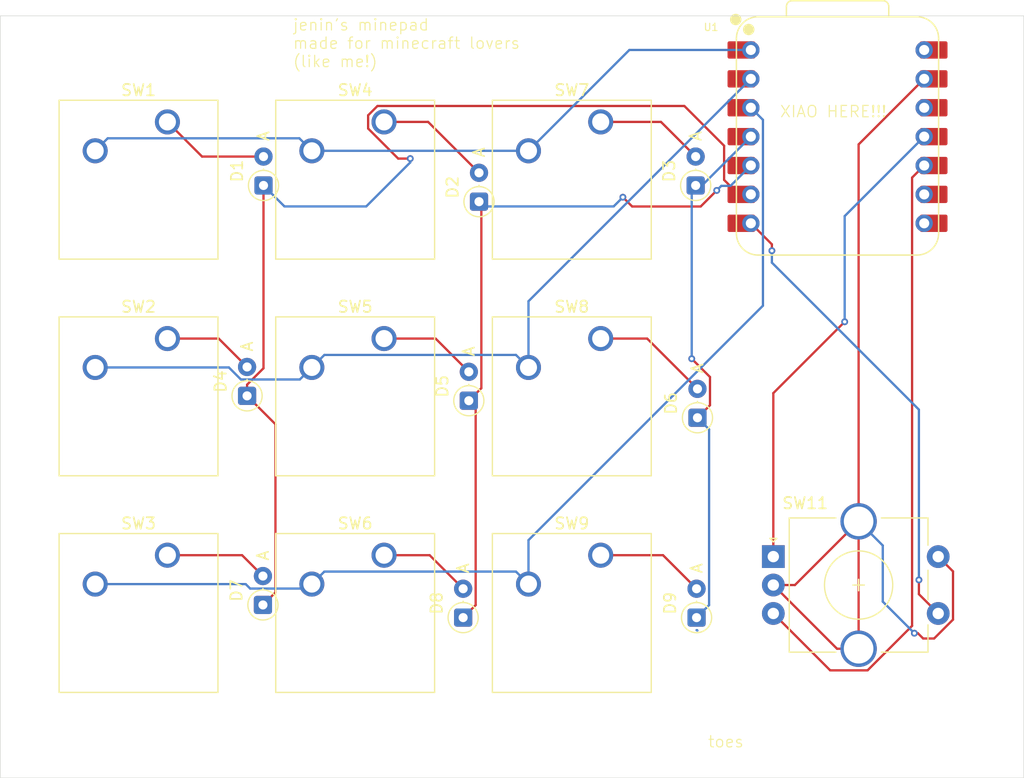
<source format=kicad_pcb>
(kicad_pcb (version 20241229) (generator "pcbnew") (generator_version "9.0")
  (layers (0 "F.Cu" signal) (2 "B.Cu" signal) (13 "F.Paste" user) (15 "B.Paste" user) (5 "F.SilkS" user "F.Silkscreen") (7 "B.SilkS" user "B.Silkscreen") (1 "F.Mask" user) (3 "B.Mask" user) (25 "Edge.Cuts" user))
  (net 0 "")
  (net 1 "row2")
  (net 2 "Net-(D1-A)")
  (net 3 "Net-(D2-A)")
  (net 4 "row1")
  (net 5 "row0")
  (net 6 "Net-(D3-A)")
  (net 7 "Net-(D4-A)")
  (net 8 "Net-(D5-A)")
  (net 9 "Net-(D6-A)")
  (net 10 "Net-(D7-A)")
  (net 11 "Net-(D8-A)")
  (net 12 "Net-(D9-A)")
  (net 13 "col0")
  (net 14 "col1")
  (net 15 "col2")
  (net 16 "GND")
  (net 17 "Net-(U1-GPIO4{slash}MISO)")
  (net 18 "Net-(U1-GPIO3{slash}MOSI)")
  (net 23 "Net-(U1-GPIO0{slash}TX)")
  (footprint "Diode_THT:D_DO-35_SOD27_P2.54mm_Vertical_AnodeUp" (layer "F.Cu") (at 45.6455 30.413815 90)
    (property "Reference" "D1" (at 1.27 -2.326371 90) (layer "F.SilkS"))
    (property "Value" "D")
    (fp_line (start 1.326371 0) (end 1.44 0) (stroke (width 0.12)) (layer "F.SilkS"))
    (fp_circle (center 0 0) (end 1.326371 0) (stroke (width 0.12)) (fill no) (layer "F.SilkS"))
    (fp_text user "A" (at 4.34 0 90) (layer "F.SilkS"))
    (pad "1" thru_hole roundrect (at 0 0 90) (size 1.6 1.6) (drill 0.8) (layers "*.Cu" "*.Mask") (roundrect_rratio 0.15625) (net 1 "row2"))
    (pad "2" thru_hole circle (at 2.54 0 90) (size 1.6 1.6) (drill 0.8) (layers "*.Cu" "*.Mask") (net 2 "Net-(D1-A)"))
  )
  (footprint "Diode_THT:D_DO-35_SOD27_P2.54mm_Vertical_AnodeUp" (layer "F.Cu") (at 45.5955 67.2995 90)
    (property "Reference" "D7" (at 1.27 -2.326371 90) (layer "F.SilkS"))
    (property "Value" "D")
    (fp_line (start 1.326371 0) (end 1.44 0) (stroke (width 0.12)) (layer "F.SilkS"))
    (fp_circle (center 0 0) (end 1.326371 0) (stroke (width 0.12)) (fill no) (layer "F.SilkS"))
    (fp_text user "A" (at 4.34 0 90) (layer "F.SilkS"))
    (pad "1" thru_hole roundrect (at 0 0 90) (size 1.6 1.6) (drill 0.8) (layers "*.Cu" "*.Mask") (roundrect_rratio 0.15625) (net 1 "row2"))
    (pad "2" thru_hole circle (at 2.54 0 90) (size 1.6 1.6) (drill 0.8) (layers "*.Cu" "*.Mask") (net 10 "Net-(D7-A)"))
  )
  (footprint "Diode_THT:D_DO-35_SOD27_P2.54mm_Vertical_AnodeUp" (layer "F.Cu") (at 63.2005 68.413815 90)
    (property "Reference" "D8" (at 1.27 -2.326371 90) (layer "F.SilkS"))
    (property "Value" "D")
    (fp_line (start 1.326371 0) (end 1.44 0) (stroke (width 0.12)) (layer "F.SilkS"))
    (fp_circle (center 0 0) (end 1.326371 0) (stroke (width 0.12)) (fill no) (layer "F.SilkS"))
    (fp_text user "A" (at 4.34 0 90) (layer "F.SilkS"))
    (pad "1" thru_hole roundrect (at 0 0 90) (size 1.6 1.6) (drill 0.8) (layers "*.Cu" "*.Mask") (roundrect_rratio 0.15625) (net 4 "row1"))
    (pad "2" thru_hole circle (at 2.54 0 90) (size 1.6 1.6) (drill 0.8) (layers "*.Cu" "*.Mask") (net 11 "Net-(D8-A)"))
  )
  (footprint "Diode_THT:D_DO-35_SOD27_P2.54mm_Vertical_AnodeUp" (layer "F.Cu") (at 83.6455 30.413814 90)
    (property "Reference" "D3" (at 1.27 -2.326371 90) (layer "F.SilkS"))
    (property "Value" "D")
    (fp_line (start 1.326371 0) (end 1.44 0) (stroke (width 0.12)) (layer "F.SilkS"))
    (fp_circle (center 0 0) (end 1.326371 0) (stroke (width 0.12)) (fill no) (layer "F.SilkS"))
    (fp_text user "A" (at 4.34 0 90) (layer "F.SilkS"))
    (pad "1" thru_hole roundrect (at 0 0 90) (size 1.6 1.6) (drill 0.8) (layers "*.Cu" "*.Mask") (roundrect_rratio 0.15625) (net 5 "row0"))
    (pad "2" thru_hole circle (at 2.54 0 90) (size 1.6 1.6) (drill 0.8) (layers "*.Cu" "*.Mask") (net 6 "Net-(D3-A)"))
  )
  (footprint "kai = goat:XIAO-RP2040-DIP" (layer "F.Cu") (at 96.12 26.12)
    (property "Reference" "U1" (at -11.12 -9.62 0) (layer "F.SilkS") (effects (font (size 0.635 0.635) (thickness 0.1016))))
    (property "Value" "XIAO-RP2040-DIP")
    (fp_line (start -8.89 8.509) (end -8.89 -8.636) (stroke (width 0.127)) (layer "F.SilkS"))
    (fp_line (start -6.985 10.414) (end 6.985 10.414) (stroke (width 0.127)) (layer "F.SilkS"))
    (fp_line (start -4.495 -10.541) (end -4.491272 -11.451272) (stroke (width 0.127)) (layer "F.SilkS"))
    (fp_line (start -3.991272 -11.951) (end 4.004 -11.951) (stroke (width 0.127)) (layer "F.SilkS"))
    (fp_line (start 4.504 -11.451) (end 4.504 -10.541) (stroke (width 0.127)) (layer "F.SilkS"))
    (fp_line (start 6.985 -10.541) (end -6.985 -10.541) (stroke (width 0.1)) (layer "F.SilkS"))
    (fp_line (start 6.985 -10.541) (end -6.985 -10.541) (stroke (width 0.127)) (layer "F.SilkS"))
    (fp_line (start 8.89 8.509) (end 8.89 -8.636) (stroke (width 0.127)) (layer "F.SilkS"))
    (fp_arc (start -8.89 -8.636) (mid -8.332038 -9.983038) (end -6.985 -10.541) (stroke (width 0.127)) (layer "F.SilkS"))
    (fp_arc (start -6.985 10.414) (mid -8.332038 9.856038) (end -8.89 8.509) (stroke (width 0.127)) (layer "F.SilkS"))
    (fp_arc (start -4.491272 -11.451272) (mid -4.344728 -11.80464) (end -3.991272 -11.951) (stroke (width 0.127)) (layer "F.SilkS"))
    (fp_arc (start 4.004 -11.951) (mid 4.357553 -11.804553) (end 4.504 -11.451) (stroke (width 0.127)) (layer "F.SilkS"))
    (fp_arc (start 6.985 -10.541) (mid 8.332038 -9.983038) (end 8.89 -8.636) (stroke (width 0.127)) (layer "F.SilkS"))
    (fp_arc (start 8.89 8.509) (mid 8.332038 9.856038) (end 6.985 10.414) (stroke (width 0.127)) (layer "F.SilkS"))
    (fp_circle (center -8.95 -10.3) (end -8.95 -10.554) (stroke (width 0.5)) (fill yes) (layer "F.SilkS"))
    (fp_circle (center -7.807 -9.42) (end -7.807 -9.674) (stroke (width 0.5)) (fill yes) (layer "F.SilkS"))
    (pad "1" smd roundrect (at -8.455 -7.62 180) (size 2.432 1.524) (layers "F.Cu" "F.Mask") (roundrect_rratio 0.1) (net 13 "col0"))
    (pad "1" thru_hole circle (at -7.62 -7.62 180) (size 1.524 1.524) (drill 0.889) (layers "*.Cu" "*.Mask") (net 13 "col0"))
    (pad "2" smd roundrect (at -8.455 -5.08 180) (size 2.432 1.524) (layers "F.Cu" "F.Mask") (roundrect_rratio 0.1) (net 14 "col1"))
    (pad "2" thru_hole circle (at -7.62 -5.08 180) (size 1.524 1.524) (drill 0.889) (layers "*.Cu" "*.Mask") (net 14 "col1"))
    (pad "3" smd roundrect (at -8.455 -2.54 180) (size 2.432 1.524) (layers "F.Cu" "F.Mask") (roundrect_rratio 0.1) (net 15 "col2"))
    (pad "3" thru_hole circle (at -7.62 -2.54 180) (size 1.524 1.524) (drill 0.889) (layers "*.Cu" "*.Mask") (net 15 "col2"))
    (pad "4" smd roundrect (at -8.455 0 180) (size 2.432 1.524) (layers "F.Cu" "F.Mask") (roundrect_rratio 0.1) (net 5 "row0"))
    (pad "4" thru_hole circle (at -7.62 0 180) (size 1.524 1.524) (drill 0.889) (layers "*.Cu" "*.Mask") (net 5 "row0"))
    (pad "5" smd roundrect (at -8.455 2.54 180) (size 2.432 1.524) (layers "F.Cu" "F.Mask") (roundrect_rratio 0.1) (net 4 "row1"))
    (pad "5" thru_hole circle (at -7.62 2.54 180) (size 1.524 1.524) (drill 0.889) (layers "*.Cu" "*.Mask") (net 4 "row1"))
    (pad "6" smd roundrect (at -8.455 5.08 180) (size 2.432 1.524) (layers "F.Cu" "F.Mask") (roundrect_rratio 0.1) (net 1 "row2"))
    (pad "6" thru_hole circle (at -7.62 5.08 180) (size 1.524 1.524) (drill 0.889) (layers "*.Cu" "*.Mask") (net 1 "row2"))
    (pad "7" smd roundrect (at -8.455 7.62 180) (size 2.432 1.524) (layers "F.Cu" "F.Mask") (roundrect_rratio 0.1) (net 23 "Net-(U1-GPIO0{slash}TX)"))
    (pad "7" thru_hole circle (at -7.62 7.62 180) (size 1.524 1.524) (drill 0.889) (layers "*.Cu" "*.Mask") (net 23 "Net-(U1-GPIO0{slash}TX)"))
    (pad "8" thru_hole circle (at 7.62 7.62) (size 1.524 1.524) (drill 0.889) (layers "*.Cu" "*.Mask"))
    (pad "8" smd roundrect (at 8.455 7.62) (size 2.432 1.524) (layers "F.Cu" "F.Mask") (roundrect_rratio 0.1))
    (pad "9" thru_hole circle (at 7.62 5.08) (size 1.524 1.524) (drill 0.889) (layers "*.Cu" "*.Mask"))
    (pad "9" smd roundrect (at 8.455 5.08) (size 2.432 1.524) (layers "F.Cu" "F.Mask") (roundrect_rratio 0.1))
    (pad "10" thru_hole circle (at 7.62 2.54) (size 1.524 1.524) (drill 0.889) (layers "*.Cu" "*.Mask") (net 17 "Net-(U1-GPIO4{slash}MISO)"))
    (pad "10" smd roundrect (at 8.455 2.54) (size 2.432 1.524) (layers "F.Cu" "F.Mask") (roundrect_rratio 0.1) (net 17 "Net-(U1-GPIO4{slash}MISO)"))
    (pad "11" thru_hole circle (at 7.62 0) (size 1.524 1.524) (drill 0.889) (layers "*.Cu" "*.Mask") (net 18 "Net-(U1-GPIO3{slash}MOSI)"))
    (pad "11" smd roundrect (at 8.455 0) (size 2.432 1.524) (layers "F.Cu" "F.Mask") (roundrect_rratio 0.1) (net 18 "Net-(U1-GPIO3{slash}MOSI)"))
    (pad "12" thru_hole circle (at 7.62 -2.54) (size 1.524 1.524) (drill 0.889) (layers "*.Cu" "*.Mask"))
    (pad "12" smd roundrect (at 8.455 -2.54) (size 2.432 1.524) (layers "F.Cu" "F.Mask") (roundrect_rratio 0.1))
    (pad "13" thru_hole circle (at 7.62 -5.08) (size 1.524 1.524) (drill 0.889) (layers "*.Cu" "*.Mask") (net 16 "GND"))
    (pad "13" smd roundrect (at 8.455 -5.08) (size 2.432 1.524) (layers "F.Cu" "F.Mask") (roundrect_rratio 0.1) (net 16 "GND"))
    (pad "14" thru_hole circle (at 7.62 -7.62) (size 1.524 1.524) (drill 0.889) (layers "*.Cu" "*.Mask"))
    (pad "14" smd roundrect (at 8.455 -7.62) (size 2.432 1.524) (layers "F.Cu" "F.Mask") (roundrect_rratio 0.1))
  )
  (footprint "kai = goat:SW_Cherry_MX_1.00u_PCB" (layer "F.Cu") (at 37.19625 62.92625)
    (property "Reference" "SW3" (at -2.54 -2.794 0) (layer "F.SilkS"))
    (property "Value" "SW_Push")
    (fp_line (start -9.525 -1.905) (end 4.445 -1.905) (stroke (width 0.12)) (layer "F.SilkS"))
    (fp_line (start -9.525 12.065) (end -9.525 -1.905) (stroke (width 0.12)) (layer "F.SilkS"))
    (fp_line (start 4.445 -1.905) (end 4.445 12.065) (stroke (width 0.12)) (layer "F.SilkS"))
    (fp_line (start 4.445 12.065) (end -9.525 12.065) (stroke (width 0.12)) (layer "F.SilkS"))
    (pad "" np_thru_hole circle (at -7.62 5.08) (size 1.7 1.7) (drill 1.7) (layers "*.Cu" "*.Mask"))
    (pad "" np_thru_hole circle (at -2.54 5.08) (size 4 4) (drill 4) (layers "*.Cu" "*.Mask"))
    (pad "" np_thru_hole circle (at 2.54 5.08) (size 1.7 1.7) (drill 1.7) (layers "*.Cu" "*.Mask"))
    (pad "1" thru_hole circle (at 0 0) (size 2.2 2.2) (drill 1.5) (layers "*.Cu" "*.Mask") (net 10 "Net-(D7-A)"))
    (pad "2" thru_hole circle (at -6.35 2.54) (size 2.2 2.2) (drill 1.5) (layers "*.Cu" "*.Mask") (net 15 "col2"))
  )
  (footprint "kai = goat:SW_Cherry_MX_1.00u_PCB" (layer "F.Cu") (at 37.19625 43.87625)
    (property "Reference" "SW2" (at -2.54 -2.794 0) (layer "F.SilkS"))
    (property "Value" "SW_Push")
    (fp_line (start -9.525 -1.905) (end 4.445 -1.905) (stroke (width 0.12)) (layer "F.SilkS"))
    (fp_line (start -9.525 12.065) (end -9.525 -1.905) (stroke (width 0.12)) (layer "F.SilkS"))
    (fp_line (start 4.445 -1.905) (end 4.445 12.065) (stroke (width 0.12)) (layer "F.SilkS"))
    (fp_line (start 4.445 12.065) (end -9.525 12.065) (stroke (width 0.12)) (layer "F.SilkS"))
    (pad "" np_thru_hole circle (at -7.62 5.08) (size 1.7 1.7) (drill 1.7) (layers "*.Cu" "*.Mask"))
    (pad "" np_thru_hole circle (at -2.54 5.08) (size 4 4) (drill 4) (layers "*.Cu" "*.Mask"))
    (pad "" np_thru_hole circle (at 2.54 5.08) (size 1.7 1.7) (drill 1.7) (layers "*.Cu" "*.Mask"))
    (pad "1" thru_hole circle (at 0 0) (size 2.2 2.2) (drill 1.5) (layers "*.Cu" "*.Mask") (net 7 "Net-(D4-A)"))
    (pad "2" thru_hole circle (at -6.35 2.54) (size 2.2 2.2) (drill 1.5) (layers "*.Cu" "*.Mask") (net 14 "col1"))
  )
  (footprint "Diode_THT:D_DO-35_SOD27_P2.54mm_Vertical_AnodeUp" (layer "F.Cu") (at 64.5955 31.8395 90)
    (property "Reference" "D2" (at 1.27 -2.326371 90) (layer "F.SilkS"))
    (property "Value" "D")
    (fp_line (start 1.326371 0) (end 1.44 0) (stroke (width 0.12)) (layer "F.SilkS"))
    (fp_circle (center 0 0) (end 1.326371 0) (stroke (width 0.12)) (fill no) (layer "F.SilkS"))
    (fp_text user "A" (at 4.34 0 90) (layer "F.SilkS"))
    (pad "1" thru_hole roundrect (at 0 0 90) (size 1.6 1.6) (drill 0.8) (layers "*.Cu" "*.Mask") (roundrect_rratio 0.15625) (net 4 "row1"))
    (pad "2" thru_hole circle (at 2.54 0 90) (size 1.6 1.6) (drill 0.8) (layers "*.Cu" "*.Mask") (net 3 "Net-(D2-A)"))
  )
  (footprint "Diode_THT:D_DO-35_SOD27_P2.54mm_Vertical_AnodeUp" (layer "F.Cu") (at 63.7005 49.3395 90)
    (property "Reference" "D5" (at 1.27 -2.326371 90) (layer "F.SilkS"))
    (property "Value" "D")
    (fp_line (start 1.326371 0) (end 1.44 0) (stroke (width 0.12)) (layer "F.SilkS"))
    (fp_circle (center 0 0) (end 1.326371 0) (stroke (width 0.12)) (fill no) (layer "F.SilkS"))
    (fp_text user "A" (at 4.34 0 90) (layer "F.SilkS"))
    (pad "1" thru_hole roundrect (at 0 0 90) (size 1.6 1.6) (drill 0.8) (layers "*.Cu" "*.Mask") (roundrect_rratio 0.15625) (net 4 "row1"))
    (pad "2" thru_hole circle (at 2.54 0 90) (size 1.6 1.6) (drill 0.8) (layers "*.Cu" "*.Mask") (net 8 "Net-(D5-A)"))
  )
  (footprint "kai = goat:RotaryEncoder_Alps_EC11E-Switch_Vertical_H20mm_CircularMountingHoles" (layer "F.Cu") (at 90.475 63.05)
    (property "Reference" "SW11" (at 2.8 -4.7 0) (layer "F.SilkS"))
    (property "Value" "RotaryEncoder_Switch_MP")
    (fp_line (start -0.3 -1.6) (end 0.3 -1.6) (stroke (width 0.12)) (layer "F.SilkS"))
    (fp_line (start 0 -1.3) (end -0.3 -1.6) (stroke (width 0.12)) (layer "F.SilkS"))
    (fp_line (start 0.3 -1.6) (end 0 -1.3) (stroke (width 0.12)) (layer "F.SilkS"))
    (fp_line (start 1.4 -3.4) (end 1.4 8.4) (stroke (width 0.12)) (layer "F.SilkS"))
    (fp_line (start 5.5 -3.4) (end 1.4 -3.4) (stroke (width 0.12)) (layer "F.SilkS"))
    (fp_line (start 5.5 8.4) (end 1.4 8.4) (stroke (width 0.12)) (layer "F.SilkS"))
    (fp_line (start 7 2.5) (end 8 2.5) (stroke (width 0.12)) (layer "F.SilkS"))
    (fp_line (start 7.5 2) (end 7.5 3) (stroke (width 0.12)) (layer "F.SilkS"))
    (fp_line (start 9.5 -3.4) (end 13.6 -3.4) (stroke (width 0.12)) (layer "F.SilkS"))
    (fp_line (start 13.6 -3.4) (end 13.6 -1) (stroke (width 0.12)) (layer "F.SilkS"))
    (fp_line (start 13.6 1.2) (end 13.6 3.8) (stroke (width 0.12)) (layer "F.SilkS"))
    (fp_line (start 13.6 6) (end 13.6 8.4) (stroke (width 0.12)) (layer "F.SilkS"))
    (fp_line (start 13.6 8.4) (end 9.5 8.4) (stroke (width 0.12)) (layer "F.SilkS"))
    (fp_circle (center 7.5 2.5) (end 10.5 2.5) (stroke (width 0.12)) (fill no) (layer "F.SilkS"))
    (pad "A" thru_hole rect (at 0 0) (size 2 2) (drill 1) (layers "*.Cu" "*.Mask") (net 18 "Net-(U1-GPIO3{slash}MOSI)"))
    (pad "B" thru_hole circle (at 0 5) (size 2 2) (drill 1) (layers "*.Cu" "*.Mask") (net 17 "Net-(U1-GPIO4{slash}MISO)"))
    (pad "C" thru_hole circle (at 0 2.5) (size 2 2) (drill 1) (layers "*.Cu" "*.Mask") (net 16 "GND"))
    (pad "MP" thru_hole circle (at 7.5 -3.1) (size 3.2 3.2) (drill 2.6) (layers "*.Cu" "*.Mask") (net 16 "GND"))
    (pad "MP" thru_hole circle (at 7.5 8.1) (size 3.2 3.2) (drill 2.6) (layers "*.Cu" "*.Mask") (net 16 "GND"))
    (pad "S1" thru_hole circle (at 14.5 5) (size 2 2) (drill 1) (layers "*.Cu" "*.Mask") (net 23 "Net-(U1-GPIO0{slash}TX)"))
    (pad "S2" thru_hole circle (at 14.5 0) (size 2 2) (drill 1) (layers "*.Cu" "*.Mask") (net 16 "GND"))
  )
  (footprint "kai = goat:SW_Cherry_MX_1.00u_PCB" (layer "F.Cu") (at 75.29625 24.82625)
    (property "Reference" "SW7" (at -2.54 -2.794 0) (layer "F.SilkS"))
    (property "Value" "SW_Push")
    (fp_line (start -9.525 -1.905) (end 4.445 -1.905) (stroke (width 0.12)) (layer "F.SilkS"))
    (fp_line (start -9.525 12.065) (end -9.525 -1.905) (stroke (width 0.12)) (layer "F.SilkS"))
    (fp_line (start 4.445 -1.905) (end 4.445 12.065) (stroke (width 0.12)) (layer "F.SilkS"))
    (fp_line (start 4.445 12.065) (end -9.525 12.065) (stroke (width 0.12)) (layer "F.SilkS"))
    (pad "" np_thru_hole circle (at -7.62 5.08) (size 1.7 1.7) (drill 1.7) (layers "*.Cu" "*.Mask"))
    (pad "" np_thru_hole circle (at -2.54 5.08) (size 4 4) (drill 4) (layers "*.Cu" "*.Mask"))
    (pad "" np_thru_hole circle (at 2.54 5.08) (size 1.7 1.7) (drill 1.7) (layers "*.Cu" "*.Mask"))
    (pad "1" thru_hole circle (at 0 0) (size 2.2 2.2) (drill 1.5) (layers "*.Cu" "*.Mask") (net 6 "Net-(D3-A)"))
    (pad "2" thru_hole circle (at -6.35 2.54) (size 2.2 2.2) (drill 1.5) (layers "*.Cu" "*.Mask") (net 13 "col0"))
  )
  (footprint "kai = goat:SW_Cherry_MX_1.00u_PCB" (layer "F.Cu") (at 37.19625 24.82625)
    (property "Reference" "SW1" (at -2.54 -2.794 0) (layer "F.SilkS"))
    (property "Value" "SW_Push")
    (fp_line (start -9.525 -1.905) (end 4.445 -1.905) (stroke (width 0.12)) (layer "F.SilkS"))
    (fp_line (start -9.525 12.065) (end -9.525 -1.905) (stroke (width 0.12)) (layer "F.SilkS"))
    (fp_line (start 4.445 -1.905) (end 4.445 12.065) (stroke (width 0.12)) (layer "F.SilkS"))
    (fp_line (start 4.445 12.065) (end -9.525 12.065) (stroke (width 0.12)) (layer "F.SilkS"))
    (pad "" np_thru_hole circle (at -7.62 5.08) (size 1.7 1.7) (drill 1.7) (layers "*.Cu" "*.Mask"))
    (pad "" np_thru_hole circle (at -2.54 5.08) (size 4 4) (drill 4) (layers "*.Cu" "*.Mask"))
    (pad "" np_thru_hole circle (at 2.54 5.08) (size 1.7 1.7) (drill 1.7) (layers "*.Cu" "*.Mask"))
    (pad "1" thru_hole circle (at 0 0) (size 2.2 2.2) (drill 1.5) (layers "*.Cu" "*.Mask") (net 2 "Net-(D1-A)"))
    (pad "2" thru_hole circle (at -6.35 2.54) (size 2.2 2.2) (drill 1.5) (layers "*.Cu" "*.Mask") (net 13 "col0"))
  )
  (footprint "kai = goat:SW_Cherry_MX_1.00u_PCB" (layer "F.Cu") (at 75.29625 43.87625)
    (property "Reference" "SW8" (at -2.54 -2.794 0) (layer "F.SilkS"))
    (property "Value" "SW_Push")
    (fp_line (start -9.525 -1.905) (end 4.445 -1.905) (stroke (width 0.12)) (layer "F.SilkS"))
    (fp_line (start -9.525 12.065) (end -9.525 -1.905) (stroke (width 0.12)) (layer "F.SilkS"))
    (fp_line (start 4.445 -1.905) (end 4.445 12.065) (stroke (width 0.12)) (layer "F.SilkS"))
    (fp_line (start 4.445 12.065) (end -9.525 12.065) (stroke (width 0.12)) (layer "F.SilkS"))
    (pad "" np_thru_hole circle (at -7.62 5.08) (size 1.7 1.7) (drill 1.7) (layers "*.Cu" "*.Mask"))
    (pad "" np_thru_hole circle (at -2.54 5.08) (size 4 4) (drill 4) (layers "*.Cu" "*.Mask"))
    (pad "" np_thru_hole circle (at 2.54 5.08) (size 1.7 1.7) (drill 1.7) (layers "*.Cu" "*.Mask"))
    (pad "1" thru_hole circle (at 0 0) (size 2.2 2.2) (drill 1.5) (layers "*.Cu" "*.Mask") (net 9 "Net-(D6-A)"))
    (pad "2" thru_hole circle (at -6.35 2.54) (size 2.2 2.2) (drill 1.5) (layers "*.Cu" "*.Mask") (net 14 "col1"))
  )
  (footprint "kai = goat:SW_Cherry_MX_1.00u_PCB" (layer "F.Cu") (at 56.24625 24.82625)
    (property "Reference" "SW4" (at -2.54 -2.794 0) (layer "F.SilkS"))
    (property "Value" "SW_Push")
    (fp_line (start -9.525 -1.905) (end 4.445 -1.905) (stroke (width 0.12)) (layer "F.SilkS"))
    (fp_line (start -9.525 12.065) (end -9.525 -1.905) (stroke (width 0.12)) (layer "F.SilkS"))
    (fp_line (start 4.445 -1.905) (end 4.445 12.065) (stroke (width 0.12)) (layer "F.SilkS"))
    (fp_line (start 4.445 12.065) (end -9.525 12.065) (stroke (width 0.12)) (layer "F.SilkS"))
    (pad "" np_thru_hole circle (at -7.62 5.08) (size 1.7 1.7) (drill 1.7) (layers "*.Cu" "*.Mask"))
    (pad "" np_thru_hole circle (at -2.54 5.08) (size 4 4) (drill 4) (layers "*.Cu" "*.Mask"))
    (pad "" np_thru_hole circle (at 2.54 5.08) (size 1.7 1.7) (drill 1.7) (layers "*.Cu" "*.Mask"))
    (pad "1" thru_hole circle (at 0 0) (size 2.2 2.2) (drill 1.5) (layers "*.Cu" "*.Mask") (net 3 "Net-(D2-A)"))
    (pad "2" thru_hole circle (at -6.35 2.54) (size 2.2 2.2) (drill 1.5) (layers "*.Cu" "*.Mask") (net 13 "col0"))
  )
  (footprint "kai = goat:SW_Cherry_MX_1.00u_PCB" (layer "F.Cu") (at 56.24625 62.92625)
    (property "Reference" "SW6" (at -2.54 -2.794 0) (layer "F.SilkS"))
    (property "Value" "SW_Push")
    (fp_line (start -9.525 -1.905) (end 4.445 -1.905) (stroke (width 0.12)) (layer "F.SilkS"))
    (fp_line (start -9.525 12.065) (end -9.525 -1.905) (stroke (width 0.12)) (layer "F.SilkS"))
    (fp_line (start 4.445 -1.905) (end 4.445 12.065) (stroke (width 0.12)) (layer "F.SilkS"))
    (fp_line (start 4.445 12.065) (end -9.525 12.065) (stroke (width 0.12)) (layer "F.SilkS"))
    (pad "" np_thru_hole circle (at -7.62 5.08) (size 1.7 1.7) (drill 1.7) (layers "*.Cu" "*.Mask"))
    (pad "" np_thru_hole circle (at -2.54 5.08) (size 4 4) (drill 4) (layers "*.Cu" "*.Mask"))
    (pad "" np_thru_hole circle (at 2.54 5.08) (size 1.7 1.7) (drill 1.7) (layers "*.Cu" "*.Mask"))
    (pad "1" thru_hole circle (at 0 0) (size 2.2 2.2) (drill 1.5) (layers "*.Cu" "*.Mask") (net 11 "Net-(D8-A)"))
    (pad "2" thru_hole circle (at -6.35 2.54) (size 2.2 2.2) (drill 1.5) (layers "*.Cu" "*.Mask") (net 15 "col2"))
  )
  (footprint "Diode_THT:D_DO-35_SOD27_P2.54mm_Vertical_AnodeUp" (layer "F.Cu") (at 44.2005 48.913814 90)
    (property "Reference" "D4" (at 1.27 -2.326371 90) (layer "F.SilkS"))
    (property "Value" "D")
    (fp_line (start 1.326371 0) (end 1.44 0) (stroke (width 0.12)) (layer "F.SilkS"))
    (fp_circle (center 0 0) (end 1.326371 0) (stroke (width 0.12)) (fill no) (layer "F.SilkS"))
    (fp_text user "A" (at 4.34 0 90) (layer "F.SilkS"))
    (pad "1" thru_hole roundrect (at 0 0 90) (size 1.6 1.6) (drill 0.8) (layers "*.Cu" "*.Mask") (roundrect_rratio 0.15625) (net 1 "row2"))
    (pad "2" thru_hole circle (at 2.54 0 90) (size 1.6 1.6) (drill 0.8) (layers "*.Cu" "*.Mask") (net 7 "Net-(D4-A)"))
  )
  (footprint "kai = goat:SW_Cherry_MX_1.00u_PCB" (layer "F.Cu") (at 75.29625 62.92625)
    (property "Reference" "SW9" (at -2.54 -2.794 0) (layer "F.SilkS"))
    (property "Value" "SW_Push")
    (fp_line (start -9.525 -1.905) (end 4.445 -1.905) (stroke (width 0.12)) (layer "F.SilkS"))
    (fp_line (start -9.525 12.065) (end -9.525 -1.905) (stroke (width 0.12)) (layer "F.SilkS"))
    (fp_line (start 4.445 -1.905) (end 4.445 12.065) (stroke (width 0.12)) (layer "F.SilkS"))
    (fp_line (start 4.445 12.065) (end -9.525 12.065) (stroke (width 0.12)) (layer "F.SilkS"))
    (pad "" np_thru_hole circle (at -7.62 5.08) (size 1.7 1.7) (drill 1.7) (layers "*.Cu" "*.Mask"))
    (pad "" np_thru_hole circle (at -2.54 5.08) (size 4 4) (drill 4) (layers "*.Cu" "*.Mask"))
    (pad "" np_thru_hole circle (at 2.54 5.08) (size 1.7 1.7) (drill 1.7) (layers "*.Cu" "*.Mask"))
    (pad "1" thru_hole circle (at 0 0) (size 2.2 2.2) (drill 1.5) (layers "*.Cu" "*.Mask") (net 12 "Net-(D9-A)"))
    (pad "2" thru_hole circle (at -6.35 2.54) (size 2.2 2.2) (drill 1.5) (layers "*.Cu" "*.Mask") (net 15 "col2"))
  )
  (footprint "Diode_THT:D_DO-35_SOD27_P2.54mm_Vertical_AnodeUp" (layer "F.Cu") (at 83.8055 50.8395 90)
    (property "Reference" "D6" (at 1.27 -2.326371 90) (layer "F.SilkS"))
    (property "Value" "D")
    (fp_line (start 1.326371 0) (end 1.44 0) (stroke (width 0.12)) (layer "F.SilkS"))
    (fp_circle (center 0 0) (end 1.326371 0) (stroke (width 0.12)) (fill no) (layer "F.SilkS"))
    (fp_text user "A" (at 4.34 0 90) (layer "F.SilkS"))
    (pad "1" thru_hole roundrect (at 0 0 90) (size 1.6 1.6) (drill 0.8) (layers "*.Cu" "*.Mask") (roundrect_rratio 0.15625) (net 5 "row0"))
    (pad "2" thru_hole circle (at 2.54 0 90) (size 1.6 1.6) (drill 0.8) (layers "*.Cu" "*.Mask") (net 9 "Net-(D6-A)"))
  )
  (footprint "Diode_THT:D_DO-35_SOD27_P2.54mm_Vertical_AnodeUp" (layer "F.Cu") (at 83.7255 68.413815 90)
    (property "Reference" "D9" (at 1.27 -2.326371 90) (layer "F.SilkS"))
    (property "Value" "D")
    (fp_line (start 1.326371 0) (end 1.44 0) (stroke (width 0.12)) (layer "F.SilkS"))
    (fp_circle (center 0 0) (end 1.326371 0) (stroke (width 0.12)) (fill no) (layer "F.SilkS"))
    (fp_text user "A" (at 4.34 0 90) (layer "F.SilkS"))
    (pad "1" thru_hole roundrect (at 0 0 90) (size 1.6 1.6) (drill 0.8) (layers "*.Cu" "*.Mask") (roundrect_rratio 0.15625) (net 5 "row0"))
    (pad "2" thru_hole circle (at 2.54 0 90) (size 1.6 1.6) (drill 0.8) (layers "*.Cu" "*.Mask") (net 12 "Net-(D9-A)"))
  )
  (footprint "kai = goat:SW_Cherry_MX_1.00u_PCB" (layer "F.Cu") (at 56.24625 43.87625)
    (property "Reference" "SW5" (at -2.54 -2.794 0) (layer "F.SilkS"))
    (property "Value" "SW_Push")
    (fp_line (start -9.525 -1.905) (end 4.445 -1.905) (stroke (width 0.12)) (layer "F.SilkS"))
    (fp_line (start -9.525 12.065) (end -9.525 -1.905) (stroke (width 0.12)) (layer "F.SilkS"))
    (fp_line (start 4.445 -1.905) (end 4.445 12.065) (stroke (width 0.12)) (layer "F.SilkS"))
    (fp_line (start 4.445 12.065) (end -9.525 12.065) (stroke (width 0.12)) (layer "F.SilkS"))
    (pad "" np_thru_hole circle (at -7.62 5.08) (size 1.7 1.7) (drill 1.7) (layers "*.Cu" "*.Mask"))
    (pad "" np_thru_hole circle (at -2.54 5.08) (size 4 4) (drill 4) (layers "*.Cu" "*.Mask"))
    (pad "" np_thru_hole circle (at 2.54 5.08) (size 1.7 1.7) (drill 1.7) (layers "*.Cu" "*.Mask"))
    (pad "1" thru_hole circle (at 0 0) (size 2.2 2.2) (drill 1.5) (layers "*.Cu" "*.Mask") (net 8 "Net-(D5-A)"))
    (pad "2" thru_hole circle (at -6.35 2.54) (size 2.2 2.2) (drill 1.5) (layers "*.Cu" "*.Mask") (net 14 "col1"))
  )
  (gr_rect (start 22.5 15.5) (end 112.5 82.5) (stroke (width 0.05)) (fill no) (layer "Edge.Cuts"))
  (gr_text "toes" (at 84.6625 79.9125 0) (layer "F.SilkS") (effects (font (size 1 1) (thickness 0.1)) (justify left bottom)))
  (gr_text "XIAO HERE!!!" (at 91 24.5 0) (layer "F.SilkS") (effects (font (size 1 1) (thickness 0.1)) (justify left bottom)))
  (gr_text "jenin's minepad\nmade for minecraft lovers\n(like me!)" (at 48.174734 20.092623 0) (layer "F.SilkS") (effects (font (size 1 1) (thickness 0.1)) (justify left bottom)))
  (segment (start 83.764815 69.514815) (end 83.7255 69.514815) (width 0.2) (layer "B.Cu") (net 0))
  (segment (start 83.8 69.55) (end 83.764815 69.514815) (width 0.2) (layer "B.Cu") (net 0))
  (segment (start 82.651624 23.42525) (end 86.148 26.921626) (width 0.2) (layer "F.Cu") (net 1))
  (segment (start 46.6965 66.1985) (end 45.5955 67.2995) (width 0.2) (layer "F.Cu") (net 1))
  (segment (start 54.84525 25.406564) (end 54.84525 24.245936) (width 0.2) (layer "F.Cu") (net 1))
  (segment (start 45.6455 46.485864) (end 44.2005 47.930864) (width 0.2) (layer "F.Cu") (net 1))
  (segment (start 57.488686 28.05) (end 54.84525 25.406564) (width 0.2) (layer "F.Cu") (net 1))
  (segment (start 55.665936 23.42525) (end 82.651624 23.42525) (width 0.2) (layer "F.Cu") (net 1))
  (segment (start 87.42237 31.2) (end 88.5 31.2) (width 0.2) (layer "F.Cu") (net 1))
  (segment (start 86.148 26.921626) (end 86.148 29.92563) (width 0.2) (layer "F.Cu") (net 1))
  (segment (start 45.6455 30.413815) (end 45.6455 46.485864) (width 0.2) (layer "F.Cu") (net 1))
  (segment (start 46.6965 51.409814) (end 46.6965 66.1985) (width 0.2) (layer "F.Cu") (net 1))
  (segment (start 44.2005 47.930864) (end 44.2005 48.913814) (width 0.2) (layer "F.Cu") (net 1))
  (segment (start 44.2005 48.913814) (end 46.6965 51.409814) (width 0.2) (layer "F.Cu") (net 1))
  (segment (start 54.84525 24.245936) (end 55.665936 23.42525) (width 0.2) (layer "F.Cu") (net 1))
  (segment (start 86.148 29.92563) (end 87.42237 31.2) (width 0.2) (layer "F.Cu") (net 1))
  (segment (start 58.55 28.05) (end 57.488686 28.05) (width 0.2) (layer "F.Cu") (net 1))
  (via (at 58.55 28.05) (size 0.6) (drill 0.3) (layers "F.Cu" "B.Cu") (net 1))
  (segment (start 45.6455 30.413815) (end 47.488935 32.25725) (width 0.2) (layer "B.Cu") (net 1))
  (segment (start 47.488935 32.25725) (end 54.680066 32.25725) (width 0.2) (layer "B.Cu") (net 1))
  (segment (start 58.55 28.387316) (end 58.55 28.05) (width 0.2) (layer "B.Cu") (net 1))
  (segment (start 54.680066 32.25725) (end 58.55 28.387316) (width 0.2) (layer "B.Cu") (net 1))
  (segment (start 37.19625 24.82625) (end 40.243815 27.873815) (width 0.2) (layer "F.Cu") (net 2))
  (segment (start 40.243815 27.873815) (end 45.6455 27.873815) (width 0.2) (layer "F.Cu") (net 2))
  (segment (start 60.12225 24.82625) (end 64.5955 29.2995) (width 0.2) (layer "F.Cu") (net 3))
  (segment (start 56.24625 24.82625) (end 60.12225 24.82625) (width 0.2) (layer "F.Cu") (net 3))
  (segment (start 84.087 32.263) (end 85.5 30.85) (width 0.2) (layer "F.Cu") (net 4))
  (segment (start 64.8015 32.0455) (end 64.8015 48.2385) (width 0.2) (layer "F.Cu") (net 4))
  (segment (start 64.3015 49.9405) (end 64.3015 67.312815) (width 0.2) (layer "F.Cu") (net 4))
  (segment (start 63.7005 49.3395) (end 64.3015 49.9405) (width 0.2) (layer "F.Cu") (net 4))
  (segment (start 64.3015 67.312815) (end 63.2005 68.413815) (width 0.2) (layer "F.Cu") (net 4))
  (segment (start 78.063 32.263) (end 84.087 32.263) (width 0.2) (layer "F.Cu") (net 4))
  (segment (start 64.8015 48.2385) (end 63.7005 49.3395) (width 0.2) (layer "F.Cu") (net 4))
  (segment (start 77.245735 31.445735) (end 78.063 32.263) (width 0.2) (layer "F.Cu") (net 4))
  (segment (start 64.5955 31.8395) (end 64.8015 32.0455) (width 0.2) (layer "F.Cu") (net 4))
  (via (at 77.245735 31.445735) (size 0.6) (drill 0.3) (layers "F.Cu" "B.Cu") (net 4))
  (via (at 85.5 30.85) (size 0.6) (drill 0.3) (layers "F.Cu" "B.Cu") (net 4))
  (segment (start 86.71 30.45) (end 88.5 28.66) (width 0.2) (layer "B.Cu") (net 4))
  (segment (start 76.43422 32.25725) (end 77.245735 31.445735) (width 0.2) (layer "B.Cu") (net 4))
  (segment (start 85.5 30.85) (end 85.9 30.45) (width 0.2) (layer "B.Cu") (net 4))
  (segment (start 85.9 30.45) (end 86.71 30.45) (width 0.2) (layer "B.Cu") (net 4))
  (segment (start 65.01325 32.25725) (end 76.43422 32.25725) (width 0.2) (layer "B.Cu") (net 4))
  (segment (start 64.5955 31.8395) (end 65.01325 32.25725) (width 0.2) (layer "B.Cu") (net 4))
  (segment (start 83.3 45.65) (end 84.9065 47.2565) (width 0.2) (layer "F.Cu") (net 5))
  (segment (start 84.9065 49.7385) (end 83.8055 50.8395) (width 0.2) (layer "F.Cu") (net 5))
  (segment (start 84.9065 47.2565) (end 84.9065 49.7385) (width 0.2) (layer "F.Cu") (net 5))
  (via (at 83.3 45.65) (size 0.6) (drill 0.3) (layers "F.Cu" "B.Cu") (net 5))
  (segment (start 83.3 30.759314) (end 83.3 45.65) (width 0.2) (layer "B.Cu") (net 5))
  (segment (start 83.6455 30.413814) (end 84.206186 30.413814) (width 0.2) (layer "B.Cu") (net 5))
  (segment (start 83.6455 30.413814) (end 83.3 30.759314) (width 0.2) (layer "B.Cu") (net 5))
  (segment (start 83.8055 50.8395) (end 84.8265 51.8605) (width 0.2) (layer "B.Cu") (net 5))
  (segment (start 84.8265 51.8605) (end 84.8265 67.312815) (width 0.2) (layer "B.Cu") (net 5))
  (segment (start 84.8265 67.312815) (end 83.7255 68.413815) (width 0.2) (layer "B.Cu") (net 5))
  (segment (start 84.206186 30.413814) (end 88.5 26.12) (width 0.2) (layer "B.Cu") (net 5))
  (segment (start 75.29625 24.82625) (end 80.597936 24.82625) (width 0.2) (layer "F.Cu") (net 6))
  (segment (start 80.597936 24.82625) (end 83.6455 27.873814) (width 0.2) (layer "F.Cu") (net 6))
  (segment (start 41.702936 43.87625) (end 44.2005 46.373814) (width 0.2) (layer "F.Cu") (net 7))
  (segment (start 37.19625 43.87625) (end 41.702936 43.87625) (width 0.2) (layer "F.Cu") (net 7))
  (segment (start 60.77725 43.87625) (end 63.7005 46.7995) (width 0.2) (layer "F.Cu") (net 8))
  (segment (start 56.24625 43.87625) (end 60.77725 43.87625) (width 0.2) (layer "F.Cu") (net 8))
  (segment (start 79.38225 43.87625) (end 83.8055 48.2995) (width 0.2) (layer "F.Cu") (net 9))
  (segment (start 75.29625 43.87625) (end 79.38225 43.87625) (width 0.2) (layer "F.Cu") (net 9))
  (segment (start 37.19625 62.92625) (end 43.76225 62.92625) (width 0.2) (layer "F.Cu") (net 10))
  (segment (start 43.76225 62.92625) (end 45.5955 64.7595) (width 0.2) (layer "F.Cu") (net 10))
  (segment (start 60.252935 62.92625) (end 63.2005 65.873815) (width 0.2) (layer "F.Cu") (net 11))
  (segment (start 56.24625 62.92625) (end 60.252935 62.92625) (width 0.2) (layer "F.Cu") (net 11))
  (segment (start 75.29625 62.92625) (end 80.777935 62.92625) (width 0.2) (layer "F.Cu") (net 12))
  (segment (start 80.777935 62.92625) (end 83.7255 65.873815) (width 0.2) (layer "F.Cu") (net 12))
  (segment (start 77.8125 18.5) (end 88.5 18.5) (width 0.2) (layer "B.Cu") (net 13))
  (segment (start 49.89625 27.36625) (end 68.94625 27.36625) (width 0.2) (layer "B.Cu") (net 13))
  (segment (start 31.946249 26.266251) (end 48.796251 26.266251) (width 0.2) (layer "B.Cu") (net 13))
  (segment (start 30.84625 27.36625) (end 31.946249 26.266251) (width 0.2) (layer "B.Cu") (net 13))
  (segment (start 48.796251 26.266251) (end 49.89625 27.36625) (width 0.2) (layer "B.Cu") (net 13))
  (segment (start 68.94625 27.36625) (end 77.8125 18.5) (width 0.2) (layer "B.Cu") (net 13))
  (segment (start 50.996249 45.316251) (end 67.846251 45.316251) (width 0.2) (layer "B.Cu") (net 14))
  (segment (start 48.837686 47.474814) (end 49.89625 46.41625) (width 0.2) (layer "B.Cu") (net 14))
  (segment (start 68.94625 40.59375) (end 88.5 21.04) (width 0.2) (layer "B.Cu") (net 14))
  (segment (start 67.846251 45.316251) (end 68.94625 46.41625) (width 0.2) (layer "B.Cu") (net 14))
  (segment (start 42.601014 46.41625) (end 43.659578 47.474814) (width 0.2) (layer "B.Cu") (net 14))
  (segment (start 68.94625 46.41625) (end 68.94625 40.59375) (width 0.2) (layer "B.Cu") (net 14))
  (segment (start 43.659578 47.474814) (end 48.837686 47.474814) (width 0.2) (layer "B.Cu") (net 14))
  (segment (start 49.89625 46.41625) (end 50.996249 45.316251) (width 0.2) (layer "B.Cu") (net 14))
  (segment (start 30.84625 46.41625) (end 42.601014 46.41625) (width 0.2) (layer "B.Cu") (net 14))
  (segment (start 50.996249 64.366251) (end 67.846251 64.366251) (width 0.2) (layer "B.Cu") (net 15))
  (segment (start 30.84625 65.46625) (end 44.07809 65.46625) (width 0.2) (layer "B.Cu") (net 15))
  (segment (start 68.94625 61.6017) (end 89.563 40.98495) (width 0.2) (layer "B.Cu") (net 15))
  (segment (start 49.89625 65.46625) (end 50.996249 64.366251) (width 0.2) (layer "B.Cu") (net 15))
  (segment (start 89.563 24.643) (end 88.5 23.58) (width 0.2) (layer "B.Cu") (net 15))
  (segment (start 89.563 40.98495) (end 89.563 24.643) (width 0.2) (layer "B.Cu") (net 15))
  (segment (start 44.47234 65.8605) (end 49.502 65.8605) (width 0.2) (layer "B.Cu") (net 15))
  (segment (start 67.846251 64.366251) (end 68.94625 65.46625) (width 0.2) (layer "B.Cu") (net 15))
  (segment (start 68.94625 65.46625) (end 68.94625 61.6017) (width 0.2) (layer "B.Cu") (net 15))
  (segment (start 44.07809 65.46625) (end 44.47234 65.8605) (width 0.2) (layer "B.Cu") (net 15))
  (segment (start 49.502 65.8605) (end 49.89625 65.46625) (width 0.2) (layer "B.Cu") (net 15))
  (segment (start 92.375 65.55) (end 97.975 59.95) (width 0.2) (layer "F.Cu") (net 16))
  (segment (start 97.975 59.95) (end 97.975 26.805) (width 0.2) (layer "F.Cu") (net 16))
  (segment (start 90.475 65.55) (end 96.075 71.15) (width 0.2) (layer "F.Cu") (net 16))
  (segment (start 103.184852 69.784852) (end 102.877097 69.784852) (width 0.2) (layer "F.Cu") (net 16))
  (segment (start 106.276 64.351) (end 106.276 68.588892) (width 0.2) (layer "F.Cu") (net 16))
  (segment (start 96.075 71.15) (end 97.975 71.15) (width 0.2) (layer "F.Cu") (net 16))
  (segment (start 97.975 26.805) (end 103.74 21.04) (width 0.2) (layer "F.Cu") (net 16))
  (segment (start 106.276 68.588892) (end 104.614892 70.25) (width 0.2) (layer "F.Cu") (net 16))
  (segment (start 104.975 63.05) (end 106.276 64.351) (width 0.2) (layer "F.Cu") (net 16))
  (segment (start 90.475 65.55) (end 92.375 65.55) (width 0.2) (layer "F.Cu") (net 16))
  (segment (start 97.975 59.95) (end 97.975 71.15) (width 0.2) (layer "F.Cu") (net 16))
  (segment (start 103.65 70.25) (end 103.184852 69.784852) (width 0.2) (layer "F.Cu") (net 16))
  (segment (start 104.614892 70.25) (end 103.65 70.25) (width 0.2) (layer "F.Cu") (net 16))
  (via (at 102.877097 69.784852) (size 0.6) (drill 0.3) (layers "F.Cu" "B.Cu") (net 16))
  (segment (start 100.1 62.075) (end 97.975 59.95) (width 0.2) (layer "B.Cu") (net 16))
  (segment (start 102.877097 69.784852) (end 100.1 67.007755) (width 0.2) (layer "B.Cu") (net 16))
  (segment (start 100.1 67.007755) (end 100.1 62.075) (width 0.2) (layer "B.Cu") (net 16))
  (segment (start 102.677 29.723) (end 103.74 28.66) (width 0.2) (layer "F.Cu") (net 17))
  (segment (start 98.76242 73.051) (end 102.677 69.13642) (width 0.2) (layer "F.Cu") (net 17))
  (segment (start 102.677 69.13642) (end 102.677 29.723) (width 0.2) (layer "F.Cu") (net 17))
  (segment (start 90.475 68.05) (end 95.476 73.051) (width 0.2) (layer "F.Cu") (net 17))
  (segment (start 95.476 73.051) (end 98.76242 73.051) (width 0.2) (layer "F.Cu") (net 17))
  (segment (start 90.475 63.05) (end 90.475 48.675) (width 0.2) (layer "F.Cu") (net 18))
  (segment (start 90.475 48.675) (end 96.75 42.4) (width 0.2) (layer "F.Cu") (net 18))
  (via (at 96.75 42.4) (size 0.6) (drill 0.3) (layers "F.Cu" "B.Cu") (net 18))
  (segment (start 96.75 33.11) (end 103.74 26.12) (width 0.2) (layer "B.Cu") (net 18))
  (segment (start 96.75 42.4) (end 96.75 33.11) (width 0.2) (layer "B.Cu") (net 18))
  (segment (start 104.975 68.05) (end 103.277 66.352) (width 0.2) (layer "F.Cu") (net 23))
  (segment (start 103.277 66.352) (end 103.277 65.1) (width 0.2) (layer "F.Cu") (net 23))
  (segment (start 90.35 35.59) (end 88.5 33.74) (width 0.2) (layer "F.Cu") (net 23))
  (segment (start 90.35 36.15) (end 90.35 35.59) (width 0.2) (layer "F.Cu") (net 23))
  (via (at 103.277 65.1) (size 0.6) (drill 0.3) (layers "F.Cu" "B.Cu") (net 23))
  (via (at 90.35 36.15) (size 0.6) (drill 0.3) (layers "F.Cu" "B.Cu") (net 23))
  (segment (start 103.277 50.127) (end 90.35 37.2) (width 0.2) (layer "B.Cu") (net 23))
  (segment (start 103.277 65.1) (end 103.277 50.127) (width 0.2) (layer "B.Cu") (net 23))
  (segment (start 90.35 37.2) (end 90.35 36.15) (width 0.2) (layer "B.Cu") (net 23))
)
</source>
